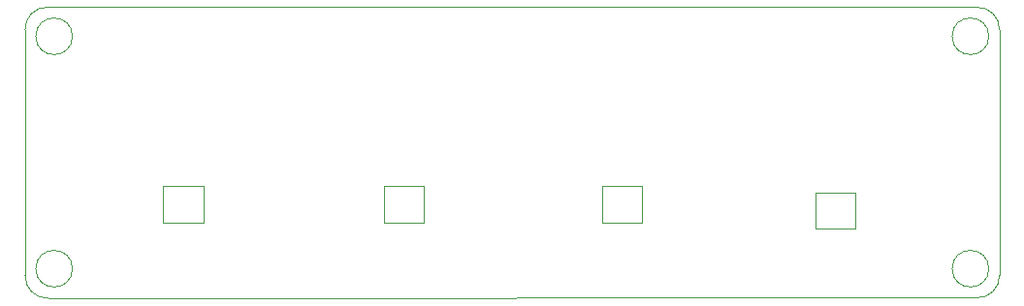
<source format=gm1>
G04 #@! TF.GenerationSoftware,KiCad,Pcbnew,(7.0.0)*
G04 #@! TF.CreationDate,2023-03-28T15:00:26+09:00*
G04 #@! TF.ProjectId,kosame4,6b6f7361-6d65-4342-9e6b-696361645f70,rev?*
G04 #@! TF.SameCoordinates,Original*
G04 #@! TF.FileFunction,Profile,NP*
%FSLAX46Y46*%
G04 Gerber Fmt 4.6, Leading zero omitted, Abs format (unit mm)*
G04 Created by KiCad (PCBNEW (7.0.0)) date 2023-03-28 15:00:26*
%MOMM*%
%LPD*%
G01*
G04 APERTURE LIST*
G04 #@! TA.AperFunction,Profile*
%ADD10C,0.100000*%
G04 #@! TD*
G04 #@! TA.AperFunction,Profile*
%ADD11C,0.120000*%
G04 #@! TD*
G04 #@! TA.AperFunction,Profile*
%ADD12C,0.010000*%
G04 #@! TD*
G04 APERTURE END LIST*
D10*
X109750340Y-20319650D02*
X28660340Y-20319650D01*
X26670495Y-22330484D02*
X26688389Y-43764878D01*
X26688422Y-43764879D02*
G75*
G03*
X28687900Y-45754458I1909978J-80021D01*
G01*
X28660340Y-20319657D02*
G75*
G03*
X26670495Y-22330484I-69840J-1920843D01*
G01*
X111760000Y-43720000D02*
X111760000Y-22320000D01*
X109770420Y-45719522D02*
G75*
G03*
X111760000Y-43720000I79980J1910022D01*
G01*
X111759996Y-22320000D02*
G75*
G03*
X109750340Y-20319651I-1930496J70200D01*
G01*
X28687900Y-45754458D02*
X109770420Y-45719511D01*
D11*
X58000000Y-35980000D02*
X61500000Y-35980000D01*
X58000000Y-39180000D02*
X58000000Y-35980000D01*
X61500000Y-35980000D02*
X61500000Y-39180000D01*
X61500000Y-39180000D02*
X58000000Y-39180000D01*
X95662500Y-36500000D02*
X99162500Y-36500000D01*
X95662500Y-39700000D02*
X95662500Y-36500000D01*
X99162500Y-36500000D02*
X99162500Y-39700000D01*
X99162500Y-39700000D02*
X95662500Y-39700000D01*
X38731300Y-35980000D02*
X42231300Y-35980000D01*
X38731300Y-39180000D02*
X38731300Y-35980000D01*
X42231300Y-35980000D02*
X42231300Y-39180000D01*
X42231300Y-39180000D02*
X38731300Y-39180000D01*
D12*
X110820000Y-43180000D02*
G75*
G03*
X110820000Y-43180000I-1600000J0D01*
G01*
X30810000Y-43180000D02*
G75*
G03*
X30810000Y-43180000I-1600000J0D01*
G01*
D11*
X77050000Y-35980000D02*
X80550000Y-35980000D01*
X77050000Y-39180000D02*
X77050000Y-35980000D01*
X80550000Y-35980000D02*
X80550000Y-39180000D01*
X80550000Y-39180000D02*
X77050000Y-39180000D01*
D12*
X30810000Y-22860000D02*
G75*
G03*
X30810000Y-22860000I-1600000J0D01*
G01*
X110820000Y-22860000D02*
G75*
G03*
X110820000Y-22860000I-1600000J0D01*
G01*
M02*

</source>
